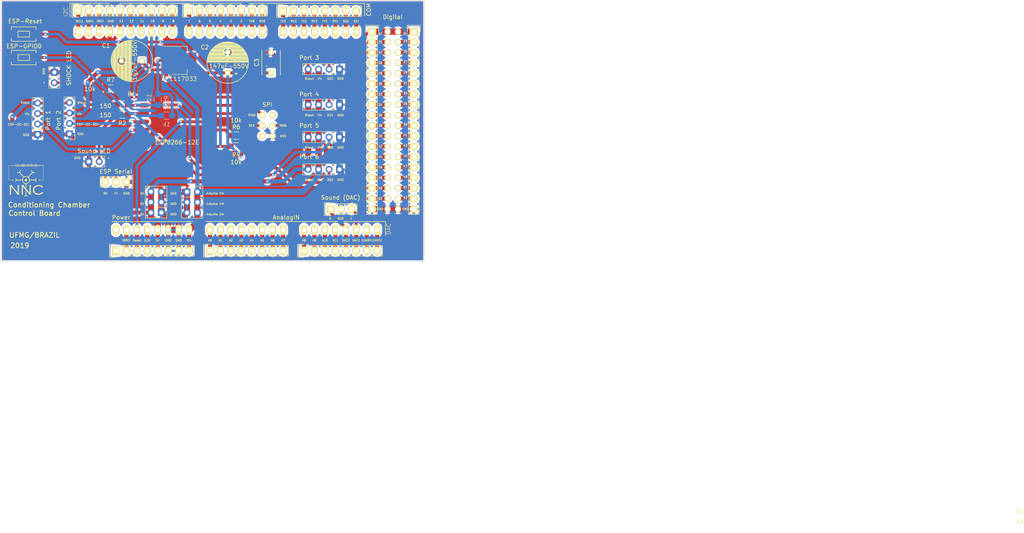
<source format=kicad_pcb>
(kicad_pcb (version 20211014) (generator pcbnew)
  (layers (0 "F.Cu" signal) (31 "B.Cu" signal) (34 "B.Paste" user) (35 "F.Paste" user) (36 "B.SilkS" user "B.Silkscreen") (37 "F.SilkS" user "F.Silkscreen") (38 "B.Mask" user) (39 "F.Mask" user) (44 "Edge.Cuts" user))
  (net 0 "")
  (net 1 "Net-(SHIELD1-PadSP2)")
  (net 2 "Net-(SHIELD1-PadSP5)")
  (net 3 "Net-(D1-Pad2)")
  (net 4 "Net-(D2-Pad2)")
  (net 5 "/GND")
  (net 6 "/ESP12Econfig/VDD3V")
  (net 7 "/ESP12Econfig/ESPrst")
  (net 8 "/ESP12Econfig/ESPadc")
  (net 9 "/ESP12Econfig/ESPchpd")
  (net 10 "/ESP_GPIO16")
  (net 11 "/ESP_SCK")
  (net 12 "/ESP_MISO")
  (net 13 "/ESP_MOSI")
  (net 14 "/ESP_CS")
  (net 15 "/D52")
  (net 16 "/D50")
  (net 17 "/ESP_I2C_SDA")
  (net 18 "/ESP_I2C_SCL")
  (net 19 "/ESP_RX")
  (net 20 "/ESP_TX")
  (net 21 "/5Voutput")
  (net 22 "/DAC0")
  (net 23 "/DAC1")
  (net 24 "/D22")
  (net 25 "/D24")
  (net 26 "/D26")
  (net 27 "/D28")
  (net 28 "/D30")
  (net 29 "/D32")
  (net 30 "/D34")
  (net 31 "/D36")
  (net 32 "/D38")
  (net 33 "/D40")
  (net 34 "/D42")
  (net 35 "/D44")
  (net 36 "/D46")
  (net 37 "/D48")
  (net 38 "/D23")
  (net 39 "/D25")
  (net 40 "/D27")
  (net 41 "/D29")
  (net 42 "/D31")
  (net 43 "/D33")
  (net 44 "/D35")
  (net 45 "/D37")
  (net 46 "/D39")
  (net 47 "/D41")
  (net 48 "/D43")
  (net 49 "/D45")
  (net 50 "/D47")
  (net 51 "/D49")
  (net 52 "/D51")
  (net 53 "/D53")
  (net 54 "Net-(P7-Pad1)")
  (net 55 "Net-(P7-Pad2)")
  (net 56 "Net-(P7-Pad4)")
  (net 57 "Net-(P8-Pad1)")
  (net 58 "Net-(P8-Pad2)")
  (net 59 "Net-(P8-Pad3)")
  (net 60 "Net-(P8-Pad4)")
  (net 61 "Net-(P8-Pad5)")
  (net 62 "Net-(P8-Pad6)")
  (net 63 "Net-(P8-Pad7)")
  (net 64 "Net-(P8-Pad8)")
  (net 65 "Net-(P9-Pad1)")
  (net 66 "Net-(P9-Pad2)")
  (net 67 "Net-(P9-Pad3)")
  (net 68 "Net-(P9-Pad4)")
  (net 69 "Net-(P9-Pad7)")
  (net 70 "Net-(P9-Pad8)")
  (net 71 "Net-(P10-Pad1)")
  (net 72 "Net-(P10-Pad2)")
  (net 73 "Net-(P10-Pad3)")
  (net 74 "Net-(P10-Pad5)")
  (net 75 "Net-(P10-Pad6)")
  (net 76 "Net-(P10-Pad7)")
  (net 77 "Net-(P10-Pad9)")
  (net 78 "Net-(P10-Pad10)")
  (net 79 "Net-(P11-Pad1)")
  (net 80 "Net-(P11-Pad2)")
  (net 81 "Net-(P11-Pad3)")
  (net 82 "Net-(P11-Pad4)")
  (net 83 "Net-(P11-Pad5)")
  (net 84 "Net-(P11-Pad6)")
  (net 85 "Net-(P11-Pad7)")
  (net 86 "Net-(P11-Pad8)")
  (net 87 "Net-(P12-Pad1)")
  (net 88 "Net-(P12-Pad2)")
  (net 89 "Net-(P12-Pad3)")
  (net 90 "Net-(P12-Pad4)")
  (net 91 "Net-(P12-Pad5)")
  (net 92 "Net-(P12-Pad6)")
  (net 93 "Net-(P12-Pad7)")
  (net 94 "Net-(P12-Pad8)")
  (net 95 "/Arduino_Vin")
  (footprint "Capacitors_ThroughHole:C_Radial_D10_L13_P5" (layer "F.Cu") (at 182.88 61.722 180)
    (fp_text reference "C1")
    (fp_text value "147uF-550V")
  )
  (footprint "Capacitors_ThroughHole:C_Radial_D10_L13_P5" (layer "F.Cu") (at 203.708 64.643 90)
    (fp_text reference "C2")
    (fp_text value "147uF-550V")
  )
  (footprint "Capacitors_ThroughHole:C_Disc_D6_P5" (layer "F.Cu") (at 214.249 64.643 90)
    (fp_text reference "C3")
    (fp_text value "C")
  )
  (footprint "NNClib:ESP-12E_noBottomPads" (layer "F.Cu") (at 199.39 82.55 180)
    (fp_text reference "ESP1" hide)
    (fp_text value "ESP8266-12E")
  )
  (footprint "Pin_Headers:Pin_Header_Straight_1x03" (layer "F.Cu") (at 228.7397 97.8027 90)
    (fp_text reference "P3" hide)
    (fp_text value "Sound (DAC)")
  )
  (footprint "Pin_Headers:Pin_Header_Straight_1x03" (layer "F.Cu") (at 179.07 91.186 -90)
    (fp_text reference "P4" hide)
    (fp_text value "ESP Serial")
  )
  (footprint "Pin_Headers:Pin_Header_Straight_1x18" (layer "F.Cu") (at 238.7981 54.6227)
    (fp_text reference "P5" hide)
    (fp_text value "DIG1" hide)
  )
  (footprint "Pin_Headers:Pin_Header_Straight_1x18" (layer "F.Cu") (at 248.92 54.6227)
    (fp_text reference "P6" hide)
    (fp_text value "DIG2")
  )
  (footprint "Pin_Headers:Pin_Header_Straight_1x08" (layer "F.Cu") (at 176.53 107.95 90)
    (fp_text reference "P7" hide)
    (fp_text value "Power")
  )
  (footprint "Pin_Headers:Pin_Header_Straight_1x08" (layer "F.Cu") (at 199.39 107.95 90)
    (fp_text reference "P8")
    (fp_text value "AnalogIN")
  )
  (footprint "Pin_Headers:Pin_Header_Straight_1x08" (layer "F.Cu") (at 222.25 107.95 90)
    (fp_text reference "P9")
    (fp_text value "DAC")
  )
  (footprint "Pin_Headers:Pin_Header_Straight_1x10" (layer "F.Cu") (at 167.3606 49.5046 90)
    (fp_text reference "I2C")
    (fp_text value "PWM2" hide)
  )
  (footprint "Pin_Headers:Pin_Header_Straight_1x08" (layer "F.Cu") (at 194.2973 49.5046 90)
    (fp_text reference "P11")
    (fp_text value "PWM1")
  )
  (footprint "Pin_Headers:Pin_Header_Straight_1x08" (layer "F.Cu") (at 217.17 49.6062 90)
    (fp_text reference "P12")
    (fp_text value "COM")
  )
  (footprint "Resistors_SMD:R_0805_HandSoldering" (layer "F.Cu") (at 178.054 72.39 180)
    (fp_text reference "R1")
    (fp_text value "150")
  )
  (footprint "Resistors_SMD:R_0805_HandSoldering" (layer "F.Cu") (at 178.054 74.803 180)
    (fp_text reference "R2")
    (fp_text value "150")
  )
  (footprint "Resistors_SMD:R_0805_HandSoldering" (layer "F.Cu") (at 205.7527 82.5119 180)
    (fp_text reference "R4")
    (fp_text value "10k")
  )
  (footprint "Resistors_SMD:R_0805_HandSoldering" (layer "F.Cu") (at 205.7781 79.9084)
    (fp_text reference "R6")
    (fp_text value "10k")
  )
  (footprint "Resistors_SMD:R_0805_HandSoldering" (layer "F.Cu") (at 175.26 68.453)
    (fp_text reference "R7")
    (fp_text value "10k")
  )
  (footprint "NNClib:ARDUINO_DUE_SHIELD" (layer "F.Cu") (at 148.59 105.41)
    (fp_text reference "Control Board")
    (fp_text value "Conditioning Chamber")
  )
  (footprint "Buttons_Switches_SMD:SW_SPST_EVQPE1" (layer "F.Cu") (at 154.1145 60.9219 180)
    (fp_text reference "ESP-GPIO0")
    (fp_text value "2")
  )
  (footprint "Buttons_Switches_SMD:SW_SPST_EVQPE1" (layer "F.Cu") (at 154.1145 55.2069 180)
    (fp_text reference "ESP-Reset")
    (fp_text value "1" hide)
  )
  (footprint "TO_SOT_Packages_SMD:SOT-223-3_TabPin2" (layer "F.Cu") (at 191.9351 61.6077)
    (fp_text reference "U1" hide)
    (fp_text value "AP1117D33")
  )
  (footprint "Pin_Headers:Pin_Header_Straight_1x02_Pitch2.54mm" (layer "F.Cu") (at 161.544 64.516)
    (fp_text reference "D1" hide)
    (fp_text value "SHOCK LED")
  )
  (footprint "Pin_Headers:Pin_Header_Straight_1x02_Pitch2.54mm" (layer "F.Cu") (at 169.926 86.233 90)
    (fp_text reference "D2" hide)
    (fp_text value "Sound LED")
  )
  (footprint "Pin_Headers:Pin_Header_Straight_1x04_Pitch2.54mm" (layer "F.Cu") (at 230.886 88.138 -90)
    (fp_text reference "J1" hide)
    (fp_text value "Port 6")
  )
  (footprint "Pin_Headers:Pin_Header_Straight_1x04_Pitch2.54mm" (layer "F.Cu") (at 165.227 79.502 180)
    (fp_text reference "J2" hide)
    (fp_text value "Port 2")
  )
  (footprint "Pin_Headers:Pin_Header_Straight_1x04_Pitch2.54mm" (layer "F.Cu") (at 230.886 63.754 -90)
    (fp_text reference "J3" hide)
    (fp_text value "Port 3")
  )
  (footprint "Pin_Headers:Pin_Header_Straight_1x04_Pitch2.54mm" (layer "F.Cu") (at 230.886 72.39 -90)
    (fp_text reference "J4" hide)
    (fp_text value "Port 4")
  )
  (footprint "Pin_Headers:Pin_Header_Straight_1x04_Pitch2.54mm" (layer "F.Cu") (at 230.886 80.264 -90)
    (fp_text reference "J5" hide)
    (fp_text value "Port 5")
  )
  (footprint "Pin_Headers:Pin_Header_Straight_1x04_Pitch2.54mm" (layer "F.Cu") (at 157.48 79.629 180)
    (fp_text reference "J6" hide)
    (fp_text value "Port 1")
  )
  (footprint "Pin_Headers:Pin_Header_Straight_2x03_Pitch2.54mm" (layer "F.Cu") (at 193.7893 93.599)
    (fp_text reference "J7" hide)
    (fp_text value "Arduino Vin")
  )
  (footprint "Pin_Headers:Pin_Header_Straight_2x03_Pitch2.54mm" (layer "F.Cu") (at 187.5663 98.6409 180)
    (fp_text reference "J8" hide)
    (fp_text value "5V")
  )
  (footprint "" (layer "F.Cu") (at 190.5 96.52)
    (fp_text reference "")
    (fp_text value "")
  )
  (footprint "NNClib:Untitled" (layer "F.Cu") (at 154.686 90.678)
    (fp_text reference "G***" hide)
    (fp_text value "LOGO" hide)
  )
  (footprint "" (layer "F.Cu") (at 190.5 93.98)
    (fp_text reference "")
    (fp_text value "")
  )
  (footprint "Resistors_SMD:R_0805_HandSoldering" (layer "B.Cu") (at 188.849 75.057 180)
    (fp_text reference "R3")
    (fp_text value "1k")
  )
  (footprint "Resistors_SMD:R_0805_HandSoldering" (layer "B.Cu") (at 186.69 71.12 90)
    (fp_text reference "R5")
    (fp_text value "10k")
  )
  (gr_line (start 175.006 47.752) (end 167.386 47.752) (layer "F.SilkS") (width 0.15))
  (gr_line (start 231.902 100.838) (end 240.538 100.838) (layer "F.SilkS") (width 0.15))
  (gr_line (start 240.538 100.838) (end 242.062 100.838) (layer "F.SilkS") (width 0.15))
  (gr_line (start 198.374 100.838) (end 230.378 100.838) (layer "F.SilkS") (width 0.15))
  (gr_line (start 236.982 50.8) (end 236.982 47.752) (layer "F.SilkS") (width 0.15))
  (gr_line (start 207.01 47.752) (end 177.546 47.752) (layer "F.SilkS") (width 0.15))
  (gr_line (start 167.386 47.752) (end 165.354 47.752) (layer "F.SilkS") (width 0.15))
  (gr_line (start 165.354 47.752) (end 165.354 51.054) (layer "F.SilkS") (width 0.15))
  (gr_line (start 195.326 100.838) (end 175.514 100.838) (layer "F.SilkS") (width 0.15))
  (gr_line (start 242.062 100.838) (end 242.062 104.14) (layer "F.SilkS") (width 0.15))
  (gr_line (start 236.982 47.752) (end 208.788 47.752) (layer "F.SilkS") (width 0.15))
  (gr_line (start 148.59 110.49) (end 251.46 110.49) (layer "Edge.Cuts") (width 0.15))
  (gr_line (start 251.46 46.99) (end 148.59 46.99) (layer "Edge.Cuts") (width 0.15))
  (gr_line (start 148.59 46.99) (end 148.59 110.49) (layer "Edge.Cuts") (width 0.15))
  (gr_line (start 251.46 110.49) (end 251.46 46.99) (layer "Edge.Cuts") (width 0.15))
  (gr_text "RX" (at 173.99 93.98) (layer "F.SilkS") (effects (font (size 0.5 0.5) (thickness 0.1))))
  (gr_text "GND" (at 167.132 85.344) (layer "F.SilkS") (effects (font (size 0.5 0.5) (thickness 0.1))))
  (gr_text "+" (at 174.752 85.344) (layer "F.SilkS") (effects (font (size 0.5 0.5) (thickness 0.1))))
  (gr_text "5V" (at 182.88 93.98) (layer "F.SilkS") (effects (font (size 0.5 0.5) (thickness 0.1))))
  (gr_text "5V" (at 182.88 99.06) (layer "F.SilkS") (effects (font (size 0.5 0.5) (thickness 0.1))))
  (gr_text "GND" (at 190.5 93.98) (layer "F.SilkS") (effects (font (size 0.5 0.5) (thickness 0.1))))
  (gr_text "GND" (at 190.5 96.52) (layer "F.SilkS") (effects (font (size 0.5 0.5) (thickness 0.1))))
  (gr_text "GND" (at 190.5 99.06) (layer "F.SilkS") (effects (font (size 0.5 0.5) (thickness 0.1))))
  (gr_text "Arduino Vin" (at 200.66 99.06) (layer "F.SilkS") (effects (font (size 0.5 0.5) (thickness 0.1))))
  (gr_text "SCK" (at 209.55 77.47) (layer "F.SilkS") (effects (font (size 0.5 0.5) (thickness 0.1))))
  (gr_text "MOSI" (at 217.17 77.47) (layer "F.SilkS") (effects (font (size 0.5 0.5) (thickness 0.1))))
  (gr_text "SPI" (at 213.36 72.39) (layer "F.SilkS") (effects (font (size 1 1))))
  (gr_text "GND" (at 217.17 80.01) (layer "F.SilkS") (effects (font (size 0.5 0.5) (thickness 0.1))))
  (gr_text "GND" (at 231.14 66.04) (layer "F.SilkS") (effects (font (size 0.5 0.5) (thickness 0.1))))
  (gr_text "5Vout" (at 223.52 66.04) (layer "F.SilkS") (effects (font (size 0.5 0.5) (thickness 0.1))))
  (gr_text "Vin" (at 226.06 66.04) (layer "F.SilkS") (effects (font (size 0.5 0.5) (thickness 0.1))))
  (gr_text "D22" (at 228.6 66.04) (layer "F.SilkS") (effects (font (size 0.5 0.5) (thickness 0.1))))
  (gr_text "5Vout" (at 154.432 71.882) (layer "F.SilkS") (effects (font (size 0.5 0.5) (thickness 0.1))))
  (gr_text "Vin" (at 154.94 74.676) (layer "F.SilkS") (effects (font (size 0.5 0.5) (thickness 0.1))))
  (gr_text "ESP-I2C-SCL" (at 152.908 77.216) (layer "F.SilkS") (effects (font (size 0.5 0.5) (thickness 0.1))))
  (gr_text "GND" (at 154.686 79.756) (layer "F.SilkS") (effects (font (size 0.5 0.5) (thickness 0.1))))
  (gr_text "+" (at 213.106 62.992) (layer "F.SilkS") (effects (font (size 0.5 0.5) (thickness 0.1))))
  (gr_text "+" (at 181.61 64.77) (layer "F.SilkS") (effects (font (size 1 1))))
  (gr_text "GND" (at 231.14 100.076) (layer "F.SilkS") (effects (font (size 0.5 0.5) (thickness 0.1))))
  (gr_text "0" (at 228.6 100.076) (layer "F.SilkS") (effects (font (size 0.5 0.5) (thickness 0.1))))
  (gr_text "1" (at 233.68 100.076) (layer "F.SilkS") (effects (font (size 0.5 0.5) (thickness 0.1))))
  (gr_text "GND" (at 175.26 52.07) (layer "F.SilkS") (effects (font (size 0.5 0.5) (thickness 0.1))))
  (gr_text "AREF" (at 172.72 52.07) (layer "F.SilkS") (effects (font (size 0.5 0.5) (thickness 0.1))))
  (gr_text "SDA1" (at 170.18 52.07) (layer "F.SilkS") (effects (font (size 0.5 0.5) (thickness 0.1))))
  (gr_text "SCL1" (at 167.64 52.07) (layer "F.SilkS") (effects (font (size 0.5 0.5) (thickness 0.1))))
  (gr_text "RX0" (at 212.09 52.07) (layer "F.SilkS") (effects (font (size 0.5 0.5) (thickness 0.1))))
  (gr_text "TX0" (at 209.55 52.07) (layer "F.SilkS") (effects (font (size 0.5 0.5) (thickness 0.1))))
  (gr_text "2" (at 207.01 52.07) (layer "F.SilkS") (effects (font (size 0.5 0.5) (thickness 0.1))))
  (gr_text "3" (at 204.47 52.07) (layer "F.SilkS") (effects (font (size 0.5 0.5) (thickness 0.1))))
  (gr_text "4" (at 201.93 52.07) (layer "F.SilkS") (effects (font (size 0.5 0.5) (thickness 0.1))))
  (gr_text "5" (at 199.39 52.07) (layer "F.SilkS") (effects (font (size 0.5 0.5) (thickness 0.1))))
  (gr_text "6" (at 196.85 52.07) (layer "F.SilkS") (effects (font (size 0.5 0.5) (thickness 0.1))))
  (gr_text "7" (at 194.31 52.07) (layer "F.SilkS") (effects (font (size 0.5 0.5) (thickness 0.1))))
  (gr_text "8" (at 190.5 52.07) (layer "F.SilkS") (effects (font (size 0.5 0.5) (thickness 0.1))))
  (gr_text "9" (at 187.96 52.07) (layer "F.SilkS") (effects (font (size 0.5 0.5) (thickness 0.1))))
  (gr_text "10" (at 185.42 52.07) (layer "F.SilkS") (effects (font (size 0.5 0.5) (thickness 0.1))))
  (gr_text "11" (at 182.88 52.07) (layer "F.SilkS") (effects (font (size 0.5 0.5) (thickness 0.1))))
  (gr_text "12" (at 180.34 52.07) (layer "F.SilkS") (effects (font (size 0.5 0.5) (thickness 0.1))))
  (gr_text "13" (at 177.8 52.07) (layer "F.SilkS") (effects (font (size 0.5 0.5) (thickness 0.1))))
  (gr_text "RX3" (at 219.71 52.07) (layer "F.SilkS") (effects (font (size 0.5 0.5) (thickness 0.1))))
  (gr_text "TX3" (at 217.17 52.07) (layer "F.SilkS") (effects (font (size 0.5 0.5) (thickness 0.1))))
  (gr_text "TX2" (at 222.25 52.07) (layer "F.SilkS") (effects (font (size 0.5 0.5) (thickness 0.1))))
  (gr_text "RX2" (at 224.79 52.07) (layer "F.SilkS") (effects (font (size 0.5 0.5) (thickness 0.1))))
  (gr_text "TX1" (at 227.33 52.07) (layer "F.SilkS") (effects (font (size 0.5 0.5) (thickness 0.1))))
  (gr_text "RX1" (at 229.87 52.07) (layer "F.SilkS") (effects (font (size 0.5 0.5) (thickness 0.1))))
  (gr_text "SCl" (at 234.95 52.07) (layer "F.SilkS") (effects (font (size 0.5 0.5) (thickness 0.1))))
  (gr_text "SDA" (at 232.41 52.07) (layer "F.SilkS") (effects (font (size 0.5 0.5) (thickness 0.1))))
  (gr_text "IOREF" (at 179.07 105.41) (layer "F.SilkS") (effects (font (size 0.5 0.5) (thickness 0.1))))
  (gr_text "Reset" (at 181.61 105.41) (layer "F.SilkS") (effects (font (size 0.5 0.5) (thickness 0.1))))
  (gr_text "3.3V" (at 184.15 105.41) (layer "F.SilkS") (effects (font (size 0.5 0.5) (thickness 0.1))))
  (gr_text "5V" (at 186.69 105.41) (layer "F.SilkS") (effects (font (size 0.5 0.5) (thickness 0.1))))
  (gr_text "GND" (at 189.23 105.41) (layer "F.SilkS") (effects (font (size 0.5 0.5) (thickness 0.1))))
  (gr_text "GND" (at 191.77 105.41) (layer "F.SilkS") (effects (font (size 0.5 0.5) (thickness 0.1))))
  (gr_text "Vin" (at 194.31 105.41) (layer "F.SilkS") (effects (font (size 0.5 0.5) (thickness 0.1))))
  (gr_text "A6" (at 214.63 105.41) (layer "F.SilkS") (effects (font (size 0.5 0.5) (thickness 0.1))))
  (gr_text "A0" (at 199.39 105.41) (layer "F.SilkS") (effects (font (size 0.5 0.5) (thickness 0.1))))
  (gr_text "A1" (at 201.93 105.41) (layer "F.SilkS") (effects (font (size 0.5 0.5) (thickness 0.1))))
  (gr_text "A2" (at 204.47 105.41) (layer "F.SilkS") (effects (font (size 0.5 0.5) (thickness 0.1))))
  (gr_text "A3" (at 207.01 105.41) (layer "F.SilkS") (effects (font (size 0.5 0.5) (thickness 0.1))))
  (gr_text "A4" (at 209.55 105.41) (layer "F.SilkS") (effects (font (size 0.5 0.5) (thickness 0.1))))
  (gr_text "A5" (at 212.09 105.41) (layer "F.SilkS") (effects (font (size 0.5 0.5) (thickness 0.1))))
  (gr_text "A7" (at 217.17 105.41) (layer "F.SilkS") (effects (font (size 0.5 0.5) (thickness 0.1))))
  (gr_text "A8" (at 222.25 105.41) (layer "F.SilkS") (effects (font (size 0.5 0.5) (thickness 0.1))))
  (gr_text "A9" (at 224.79 105.41) (layer "F.SilkS") (effects (font (size 0.5 0.5) (thickness 0.1))))
  (gr_text "A11" (at 229.87 105.41) (layer "F.SilkS") (effects (font (size 0.5 0.5) (thickness 0.1))))
  (gr_text "A10" (at 227.33 105.41) (layer "F.SilkS") (effects (font (size 0.5 0.5) (thickness 0.1))))
  (gr_text "DAC2" (at 232.41 105.41) (layer "F.SilkS") (effects (font (size 0.5 0.5) (thickness 0.1))))
  (gr_text "DAC1" (at 234.95 105.41) (layer "F.SilkS") (effects (font (size 0.5 0.5) (thickness 0.1))))
  (gr_text "CANRX" (at 237.49 105.41) (layer "F.SilkS") (effects (font (size 0.5 0.5) (thickness 0.1))))
  (gr_text "CANTX" (at 240.03 105.41) (layer "F.SilkS") (effects (font (size 0.5 0.5) (thickness 0.1))))
  (gr_text "D24" (at 228.6 74.93) (layer "F.SilkS") (effects (font (size 0.5 0.5) (thickness 0.1))))
  (gr_text "5Vout" (at 223.52 74.93) (layer "F.SilkS") (effects (font (size 0.5 0.5) (thickness 0.1))))
  (gr_text "GND" (at 231.14 74.93) (layer "F.SilkS") (effects (font (size 0.5 0.5) (thickness 0.1))))
  (gr_text "Vin" (at 226.06 74.93) (layer "F.SilkS") (effects (font (size 0.5 0.5) (thickness 0.1))))
  (gr_text "D50" (at 228.6 82.804) (layer "F.SilkS") (effects (font (size 0.5 0.5) (thickness 0.1))))
  (gr_text "5Vout" (at 223.52 82.804) (layer "F.SilkS") (effects (font (size 0.5 0.5) (thickness 0.1))))
  (gr_text "Vin" (at 226.06 82.804) (layer "F.SilkS") (effects (font (size 0.5 0.5) (thickness 0.1))))
  (gr_text "GND" (at 231.14 82.804) (layer "F.SilkS") (effects (font (size 0.5 0.5) (thickness 0.1))))
  (gr_text "5Vout" (at 223.52 90.678) (layer "F.SilkS") (effects (font (size 0.5 0.5) (thickness 0.1))))
  (gr_text "D52" (at 228.6 90.678) (layer "F.SilkS") (effects (font (size 0.5 0.5) (thickness 0.1))))
  (gr_text "Vin" (at 226.06 90.678) (layer "F.SilkS") (effects (font (size 0.5 0.5) (thickness 0.1))))
  (gr_text "GND" (at 231.14 90.678) (layer "F.SilkS") (effects (font (size 0.5 0.5) (thickness 0.1))))
  (gr_text "GND" (at 167.894 79.502) (layer "F.SilkS") (effects (font (size 0.5 0.5) (thickness 0.1))))
  (gr_text "ESP-I2C-SDA" (at 169.672 77.216) (layer "F.SilkS") (effects (font (size 0.5 0.5) (thickness 0.1))))
  (gr_text "Vin" (at 167.64 74.676) (layer "F.SilkS") (effects (font (size 0.5 0.5) (thickness 0.1))))
  (gr_text "5Vout" (at 168.148 71.882) (layer "F.SilkS") (effects (font (size 0.5 0.5) (thickness 0.1))))
  (gr_text "+" (at 205.74 64.77) (layer "F.SilkS") (effects (font (size 1 1))))
  (gr_text "24" (at 240.792 59.69) (layer "F.SilkS") (effects (font (size 0.5 0.5) (thickness 0.1))))
  (gr_text "26" (at 240.792 62.23) (layer "F.SilkS") (effects (font (size 0.5 0.5) (thickness 0.1))))
  (gr_text "52" (at 240.792 95.25) (layer "F.SilkS") (effects (font (size 0.5 0.5) (thickness 0.1))))
  (gr_text "46" (at 240.792 87.63) (layer "F.SilkS") (effects (font (size 0.5 0.5) (thickness 0.1))))
  (gr_text "44" (at 240.792 85.09) (layer "F.SilkS") (effects (font (size 0.5 0.5) (thickness 0.1))))
  (gr_text "28" (at 240.792 64.77) (layer "F.SilkS") (effects (font (size 0.5 0.5) (thickness 0.1))))
  (gr_text "48" (at 240.792 90.17) (layer "F.SilkS") (effects (font (size 0.5 0.5) (thickness 0.1))))
  (gr_text "50" (at 240.792 92.71) (layer "F.SilkS") (effects (font (size 0.5 0.5) (thickness 0.1))))
  (gr_text "34" (at 240.792 72.39) (layer "F.SilkS") (effects (font (size 0.5 0.5) (thickness 0.1))))
  (gr_text "30" (at 240.792 67.31) (layer "F.SilkS") (effects (font (size 0.5 0.5) (thickness 0.1))))
  (gr_text "40" (at 240.792 80.01) (layer "F.SilkS") (effects (font (size 0.5 0.5) (thickness 0.1))))
  (gr_text "38" (at 240.792 77.47) (layer "F.SilkS") (effects (font (size 0.5 0.5) (thickness 0.1))))
  (gr_text "42" (at 240.792 82.55) (layer "F.SilkS") (effects (font (size 0.5 0.5) (thickness 0.1))))
  (gr_text "32" (at 240.792 69.85) (layer "F.SilkS") (effects (font (size 0.5 0.5) (thickness 0.1))))
  (gr_text "36" (at 240.792 74.93) (layer "F.SilkS") (effects (font (size 0.5 0.5) (thickness 0.1))))
  (gr_text "22" (at 240.792 57.15) (layer "F.SilkS") (effects (font (size 0.5 0.5) (thickness 0.1))))
  (gr_text "25" (at 246.888 59.436) (layer "F.SilkS") (effects (font (size 0.5 0.5) (thickness 0.1))))
  (gr_text "27" (at 246.888 61.976) (layer "F.SilkS") (effects (font (size 0.5 0.5) (thickness 0.1))))
  (gr_text "47" (at 246.888 87.376) (layer "F.SilkS") (effects (font (size 0.5 0.5) (thickness 0.1))))
  (gr_text "53" (at 246.888 94.996) (layer "F.SilkS") (effects (font (size 0.5 0.5) (thickness 0.1))))
  (gr_text "45" (at 246.888 84.836) (layer "F.SilkS") (effects (font (size 0.5 0.5) (thickness 0.1))))
  (gr_text "29" (at 246.888 64.516) (layer "F.SilkS") (effects (font (size 0.5 0.5) (thickness 0.1))))
  (gr_text "49" (at 246.888 89.916) (layer "F.SilkS") (effects (font (size 0.5 0.5) (thickness 0.1))))
  (gr_text "51" (at 246.888 92.456) (layer "F.SilkS") (effects (font (size 0.5 0.5) (thickness 0.1))))
  (gr_text "35" (at 246.888 72.136) (layer "F.SilkS") (effects (font (size 0.5 0.5) (thickness 0.1))))
  (gr_text "31" (at 246.888 67.056) (layer "F.SilkS") (effects (font (size 0.5 0.5) (thickness 0.1))))
  (gr_text "41" (at 246.888 79.756) (layer "F.SilkS") (effects (font (size 0.5 0.5) (thickness 0.1))))
  (gr_text "39" (at 246.888 77.216) (layer "F.SilkS") (effects (font (size 0.5 0.5) (thickness 0.1))))
  (gr_text "43" (at 246.888 82.296) (layer "F.SilkS") (effects (font (size 0.5 0.5) (thickness 0.1))))
  (gr_text "33" (at 246.888 69.596) (layer "F.SilkS") (effects (font (size 0.5 0.5) (thickness 0.1))))
  (gr_text "37" (at 246.888 74.676) (layer "F.SilkS") (effects (font (size 0.5 0.5) (thickness 0.1))))
  (gr_text "23" (at 246.888 56.896) (layer "F.SilkS") (effects (font (size 0.5 0.5) (thickness 0.1))))
  (gr_text "5V" (at 240.792 55.118) (layer "F.SilkS") (effects (font (size 0.5 0.5) (thickness 0.1))))
  (gr_text "5V" (at 246.888 55.118) (layer "F.SilkS") (effects (font (size 0.5 0.5) (thickness 0.1))))
  (gr_text "GND" (at 246.888 97.79) (layer "F.SilkS") (effects (font (size 0.5 0.5) (thickness 0.1))))
  (gr_text "GND" (at 240.792 97.79) (layer "F.SilkS") (effects (font (size 0.5 0.5) (thickness 0.1))))
  (gr_text "+" (at 184.658 63.754) (layer "F.SilkS") (effects (font (size 1 1))))
  (gr_text "GND" (at 159.004 64.262 90) (layer "F.SilkS") (effects (font (size 0.5 0.5) (thickness 0.1))))
  (gr_text "+" (at 159.004 67.056 90) (layer "F.SilkS") (effects (font (size 0.5 0.5) (thickness 0.1))))
  (gr_text "2019" (at 153.162 106.68) (layer "F.SilkS") (effects (font (size 1.2 1.2) (thickness 0.2))))
  (gr_text "GND" (at 179.07 93.98) (layer "F.SilkS") (effects (font (size 0.5 0.5) (thickness 0.1))))
  (gr_text "UFMG/BRAZIL" (at 156.718 104.14) (layer "F.SilkS") (effects (font (size 1.2 1.2) (thickness 0.2))))
  (gr_text "Arduino Vin" (at 200.66 96.52) (layer "F.SilkS") (effects (font (size 0.5 0.5) (thickness 0.1))))
  (gr_text "MISO" (at 209.55 74.93) (layer "F.SilkS") (effects (font (size 0.5 0.5) (thickness 0.1))))
  (gr_text "TX" (at 176.53 93.98) (layer "F.SilkS") (effects (font (size 0.5 0.5) (thickness 0.1))))
  (gr_text "Digital" (at 243.84 51.054) (layer "F.SilkS") (effects (font (size 1 1))))
  (segment (start 164.211 67.056) (end 169.545 72.39) (width 0.7) (layer "F.Cu") (net 3))
  (segment (start 169.545 72.39) (end 176.704 72.39) (width 0.7) (layer "F.Cu") (net 3))
  (segment (start 161.544 67.056) (end 164.211 67.056) (width 0.7) (layer "F.Cu") (net 3))
  (segment (start 172.466 79.041) (end 176.704 74.803) (width 0.7) (layer "F.Cu") (net 4))
  (segment (start 172.466 86.233) (end 172.466 79.041) (width 0.7) (layer "F.Cu") (net 4))
  (segment (start 188.7038 59.389) (end 188.7851 59.3077) (width 0.7) (layer "F.Cu") (net 5))
  (segment (start 165.1 79.629) (end 165.227 79.502) (width 0.7) (layer "F.Cu") (net 5))
  (segment (start 188.7851 59.2459) (end 189.992 58.039) (width 0.7) (layer "F.Cu") (net 5))
  (segment (start 189.992 58.039) (end 202.104 58.039) (width 0.7) (layer "F.Cu") (net 5))
  (segment (start 202.104 58.039) (end 203.708 59.643) (width 0.7) (layer "F.Cu") (net 5))
  (segment (start 169.926 84.201) (end 165.227 79.502) (width 1) (layer "F.Cu") (net 5))
  (segment (start 187.6044 93.599) (end 187.5663 93.5609) (width 1.5) (layer "F.Cu") (net 5))
  (segment (start 189.23 100.3046) (end 187.5663 98.6409) (width 1.5) (layer "F.Cu") (net 5))
  (segment (start 191.77 100.6983) (end 193.7893 98.679) (width 1.5) (layer "F.Cu") (net 5))
  (segment (start 187.5663 92.8243) (end 185.928 91.186) (width 1) (layer "F.Cu") (net 5))
  (segment (start 185.928 91.186) (end 179.07 91.186) (width 1) (layer "F.Cu") (net 5))
  (segment (start 179.07 93.218) (end 177.546 94.742) (width 1) (layer "F.Cu") (net 5))
  (segment (start 177.546 94.742) (end 172.466 94.742) (width 1) (layer "F.Cu") (net 5))
  (segment (start 172.466 94.742) (end 169.926 92.202) (width 1) (layer "F.Cu") (net 5))
  (segment (start 169.926 92.202) (end 169.926 86.233) (width 1) (layer "F.Cu") (net 5))
  (segment (start 173.91 65.946) (end 177.753 62.103) (width 1) (layer "F.Cu") (net 5))
  (segment (start 183.39 67.74) (end 177.753 62.103) (width 1) (layer "F.Cu") (net 5))
  (segment (start 175.006 59.356) (end 177.753 62.103) (width 1) (layer "F.Cu") (net 5))
  (segment (start 168.275 68.453) (end 164.338 64.516) (width 1) (layer "F.Cu") (net 5))
  (segment (start 164.338 64.516) (end 161.544 64.516) (width 1) (layer "F.Cu") (net 5))
  (segment (start 151.4145 61.1175) (end 153.035 62.738) (width 1) (layer "F.Cu") (net 5))
  (segment (start 154.813 64.516) (end 161.544 64.516) (width 1) (layer "F.Cu") (net 5))
  (segment (start 153.035 62.738) (end 154.813 64.516) (width 1) (layer "F.Cu") (net 5))
  (segment (start 153.035 77.216) (end 155.448 79.629) (width 1) (layer "F.Cu") (net 5))
  (segment (start 155.448 79.629) (end 157.48 79.629) (width 1) (layer "F.Cu") (net 5))
  (segment (start 248.9073 97.79) (end 248.92 97.8027) (width 1.5) (layer "F.Cu") (net 5))
  (segment (start 238.8108 97.79) (end 238.7981 97.8027) (width 1.5) (layer "F.Cu") (net 5))
  (segment (start 175.006 49.53) (end 174.9806 49.5046) (width 1) (layer "F.Cu") (net 5))
  (segment (start 180.5483 59.3077) (end 177.753 62.103) (width 1) (layer "F.Cu") (net 5))
  (segment (start 216.9795 80.01) (end 219.075 77.9145) (width 1) (layer "F.Cu") (net 5))
  (segment (start 219.075 77.9145) (end 219.075 64.469) (width 1) (layer "F.Cu") (net 5))
  (segment (start 219.075 64.469) (end 214.249 59.643) (width 1) (layer "F.Cu") (net 5))
  (segment (start 245.11 97.79) (end 248.9073 97.79) (width 1.5) (layer "F.Cu") (net 5))
  (segment (start 175.006 54.61) (end 175.006 59.356) (width 1) (layer "F.Cu") (net 5))
  (segment (start 189.23 102.87) (end 189.23 107.95) (width 1) (layer "F.Cu") (net 5))
  (segment (start 151.4145 55.2069) (end 151.4145 60.9219) (width 1) (layer "F.Cu") (net 5))
  (segment (start 169.926 86.233) (end 169.926 84.201) (width 1) (layer "F.Cu") (net 5))
  (segment (start 179.07 91.186) (end 179.07 93.218) (width 1) (layer "F.Cu") (net 5))
  (segment (start 191.77 102.87) (end 189.23 102.87) (width 1.5) (layer "F.Cu") (net 5))
  (segment (start 191.77 102.87) (end 191.77 100.6983) (width 1.5) (layer "F.Cu") (net 5))
  (segment (start 188.7851 59.3077) (end 188.7851 59.2459) (width 0.7) (layer "F.Cu") (net 5))
  (segment (start 157.48 79.629) (end 165.1 79.629) (width 1) (layer "F.Cu") (net 5))
  (segment (start 173.91 68.453) (end 168.275 68.453) (width 1) (layer "F.Cu") (net 5))
  (segment (start 187.5663 93.5609) (end 187.5663 92.8243) (width 1) (layer "F.Cu") (net 5))
  (segment (start 188.7851 59.3077) (end 180.5483 59.3077) (width 1) (layer "F.Cu") (net 5))
  (segment (start 193.7893 96.139) (end 193.7893 93.599) (width 1.5) (layer "F.Cu") (net 5))
  (segment (start 183.39 68.55) (end 183.39 67.74) (width 1) (layer "F.Cu") (net 5))
  (segment (start 245.11 97.79) (end 242.57 97.79) (width 1.5) (layer "F.Cu") (net 5))
  (segment (start 187.5663 96.1009) (end 187.5663 98.6409) (width 1.5) (layer "F.Cu") (net 5))
  (segment (start 173.91 68.453) (end 173.91 65.946) (width 1) (layer "F.Cu") (net 5))
  (segment (start 242.57 97.79) (end 238.8108 97.79) (width 1.5) (layer "F.Cu") (net 5))
  (segment (start 189.23 102.87) (end 189.23 100.3046) (width 1.5) (layer "F.Cu") (net 5))
  (segment (start 214.63 80.01) (end 216.9795 80.01) (width 1) (layer "F.Cu") (net 5))
  (segment (start 175.006 54.61) (end 175.006 49.53) (width 1) (layer "F.Cu") (net 5))
  (segment (start 193.7893 98.679) (end 193.7893 96.139) (width 1.5) (layer "F.Cu") (net 5))
  (segment (start 191.77 102.87) (end 191.77 107.95) (width 1) (layer "F.Cu") (net 5))
  (segment (start 153.035 62.738) (end 153.035 77.216) (width 1) (layer "F.Cu") (net 5))
  (segment (start 214.249 59.643) (end 203.708 59.643) (width 0.7) (layer "F.Cu") (net 5))
  (segment (start 193.7893 93.599) (end 187.6044 93.599) (width 1.5) (layer "F.Cu") (net 5))
  (segment (start 187.5663 96.1009) (end 187.5663 93.5609) (width 1.5) (layer "F.Cu") (net 5))
  (segment (start 151.4145 60.9219) (end 151.4145 61.1175) (width 1) (layer "F.Cu") (net 5))
  (segment (start 231.2797 88.5317) (end 230.886 88.138) (width 1.5) (layer "B.Cu") (net 5))
  (segment (start 230.886 91.186) (end 237.5027 97.8027) (width 1) (layer "B.Cu") (net 5))
  (segment (start 237.5027 97.8027) (end 238.7981 97.8027) (width 1) (layer "B.Cu") (net 5))
  (segment (start 216.9795 80.01) (end 220.6625 76.327) (width 1) (layer "B.Cu") (net 5))
  (segment (start 220.6625 76.327) (end 229.235 76.327) (width 1) (layer "B.Cu") (net 5))
  (segment (start 229.235 76.327) (end 230.886 74.676) (width 1) (layer "B.Cu") (net 5))
  (segment (start 230.886 74.676) (end 230.886 72.39) (width 1.5) (layer "B.Cu") (net 5))
  (segment (start 230.886 80.264) (end 230.886 74.676) (width 1.5) (layer "B.Cu") (net 5))
  (segment (start 230.886 88.138) (end 230.886 91.186) (width 1) (layer "B.Cu") (net 5))
  (segment (start 231.2797 97.8027) (end 231.2797 88.5317) (width 1.5) (layer "B.Cu") (net 5))
  (segment (start 230.886 72.39) (end 230.886 63.754) (width 1.5) (layer "B.Cu") (net 5))
  (segment (start 214.63 80.01) (end 216.9795 80.01) (width 1) (layer "B.Cu") (net 5))
  (segment (start 230.886 88.138) (end 230.886 80.264) (width 1.5) (layer "B.Cu") (net 5))
  (segment (start 198.1204 64.643) (end 195.0851 61.6077) (width 0.7) (layer "F.Cu") (net 6))
  (segment (start 198.1204 67.2804) (end 199.39 68.55) (width 0.7) (layer "F.Cu") (net 6))
  (segment (start 207.1027 79.9338) (end 207.1281 79.9084) (width 0.7) (layer "F.Cu") (net 6))
  (segment (start 207.1027 85.1827) (end 207.137 85.217) (width 0.7) (layer "F.Cu") (net 6))
  (segment (start 186.69 61.595) (end 186.7027 61.6077) (width 0.7) (layer "F.Cu") (net 6))
  (segment (start 186.7027 61.6077) (end 188.7851 61.6077) (width 0.7) (layer "F.Cu") (net 6))
  (segment (start 207.1027 82.5119) (end 207.1027 79.9338) (width 0.7) (layer "F.Cu") (net 6))
  (segment (start 203.708 64.643) (end 214.249 64.643) (width 0.7) (layer "F.Cu") (net 6))
  (segment (start 207.1027 82.5119) (end 207.1027 85.1827) (width 0.7) (layer "F.Cu") (net 6))
  (segment (start 203.708 64.643) (end 198.1204 64.643) (width 0.7) (layer "F.Cu") (net 6))
  (segment (start 198.1204 64.643) (end 198.1204 67.2804) (width 0.7) (layer "F.Cu") (net 6))
  (segment (start 188.7851 61.6077) (end 195.0851 61.6077) (width 1) (layer "F.Cu") (net 6))
  (via (at 207.137 85.217) (size 0.7) (drill 0.6) (layers "F.Cu" "B.Cu") (net 6))
  (via (at 186.69 61.595) (size 0.6) (drill 0.4) (layers "F.Cu" "B.Cu") (net 6))
  (segment (start 207.137 85.217) (end 203.708 81.788) (width 0.7) (layer "B.Cu") (net 6))
  (segment (start 203.708 81.788) (end 203.708 64.643) (width 0.7) (layer "B.Cu") (net 6))
  (segment (start 190.199 70.565) (end 189.404 69.77) (width 0.7) (layer "B.Cu") (net 6))
  (segment (start 189.404 69.77) (end 186.69 69.77) (width 0.7) (layer "B.Cu") (net 6))
  (segment (start 190.199 75.057) (end 190.199 70.565) (width 0.7) (layer "B.Cu") (net 6))
  (segment (start 186.69 69.77) (end 186.69 61.595) (width 0.7) (layer "B.Cu") (net 6))
  (segment (start 204.3646 82.55) (end 204.4027 82.5119) (width 0.7) (layer "F.Cu") (net 7))
  (segment (start 204.3646 82.55) (end 204.4027 82.5119) (width 0.7) (layer "F.Cu") (net 7))
  (segment (start 202.057 82.55) (end 204.3646 82.55) (width 0.7) (layer "F.Cu") (net 7))
  (segment (start 201.93 82.55) (end 202.057 82.55) (width 0.7) (layer "F.Cu") (net 7))
  (segment (start 187.325 57.15) (end 177.165 57.15) (width 0.7) (layer "F.Cu") (net 7))
  (segment (start 159.385 55.245) (end 159.3469 55.2069) (width 0.7) (layer "F.Cu") (net 7))
  (segment (start 156.8145 55.2069) (end 159.3469 55.2069) (width 0.7) (layer "F.Cu") (net 7))
  (segment (start 199.39 82.55) (end 201.93 82.55) (width 0.7) (layer "F.Cu") (net 7))
  (via (at 201.93 82.55) (size 0.6) (drill 0.4) (layers "F.Cu" "B.Cu") (net 7))
  (via (at 187.325 57.15) (size 0.6) (drill 0.4) (layers "F.Cu" "B.Cu") (net 7))
  (via (at 159.385 55.245) (size 0.6) (drill 0.4) (layers "F.Cu" "B.Cu") (net 7))
  (via (at 177.165 57.15) (size 0.6) (drill 0.4) (layers "F.Cu" "B.Cu") (net 7))
  (segment (start 201.93 68.58) (end 201.93 82.55) (width 0.7) (layer "B.Cu") (net 7))
  (segment (start 201.93 68.58) (end 201.93 66.675) (width 0.7) (layer "B.Cu") (net 7))
  (segment (start 201.93 66.675) (end 192.405 57.15) (width 0.7) (layer "B.Cu") (net 7))
  (segment (start 192.405 57.15) (end 187.325 57.15) (width 0.7) (layer "B.Cu") (net 7))
  (segment (start 177.165 57.15) (end 164.465 57.15) (width 0.7) (layer "B.Cu") (net 7))
  (segment (start 164.465 57.15) (end 162.56 55.245) (width 0.7) (layer "B.Cu") (net 7))
  (segment (start 162.56 55.245) (end 159.385 55.245) (width 0.7) (layer "B.Cu") (net 7))
  (segment (start 203.0697 78.55) (end 204.4281 79.9084) (width 0.7) (layer "F.Cu") (net 9))
  (segment (start 199.39 78.55) (end 203.0697 78.55) (width 0.7) (layer "F.Cu") (net 9))
  (segment (start 192.3105 76.55) (end 192.278 76.5175) (width 0.7) (layer "F.Cu") (net 10))
  (segment (start 199.39 76.55) (end 192.3105 76.55) (width 0.7) (layer "F.Cu") (net 10))
  (segment (start 181.61 102.87) (end 181.61 107.95) (width 1) (layer "F.Cu") (net 10))
  (via (at 192.278 76.5175) (size 0.6) (drill 0.4) (layers "F.Cu" "B.Cu") (net 10))
  (segment (start 192.278 76.5175) (end 181.61 87.1855) (width 0.7) (layer "B.Cu") (net 10))
  (segment (start 181.61 87.1855) (end 181.61 102.87) (width 0.7) (layer "B.Cu") (net 10))
  (segment (start 207.773 74.55) (end 210.693 77.47) (width 0.7) (layer "F.Cu") (net 11))
  (segment (start 210.693 77.47) (end 212.09 77.47) (width 0.7) (layer "F.Cu") (net 11))
  (segment (start 199.39 74.55) (end 207.773 74.55) (width 0.7) (layer "F.Cu") (net 11))
  (segment (start 209.71 72.55) (end 212.09 74.93) (width 0.7) (layer "F.Cu") (net 12))
  (segment (start 199.39 72.55) (end 209.71 72.55) (width 0.7) (layer "F.Cu") (net 12))
  (segment (start 214.441 70.55) (end 217.17 73.279) (width 0.7) (layer "F.Cu") (net 13))
  (segment (start 217.17 73.279) (end 217.17 76.327) (width 0.7) (layer "F.Cu") (net 13))
  (segment (start 217.17 76.327) (end 216.027 77.47) (width 0.7) (layer "F.Cu") (net 13))
  (segment (start 216.027 77.47) (end 214.63 77.47) (width 0.7) (layer "F.Cu") (net 13))
  (segment (start 199.39 70.55) (end 214.441 70.55) (width 0.7) (layer "F.Cu") (net 13))
  (segment (start 178.054 68.453) (end 180.151 70.55) (width 0.7) (layer "F.Cu") (net 14))
  (segment (start 180.151 70.55) (end 180.975 70.55) (width 0.7) (layer "F.Cu") (net 14))
  (segment (start 185.166 49.53) (end 185.1406 49.5046) (width 1) (layer "F.Cu") (net 14))
  (segment (start 180.975 70.55) (end 183.39 70.55) (width 0.7) (layer "F.Cu") (net 14))
  (segment (start 183.39 70.55) (end 182.2973 70.55) (width 0.7) (layer "F.Cu") (net 14))
  (segment (start 176.61 68.453) (end 178.054 68.453) (width 0.7) (layer "F.Cu") (net 14))
  (segment (start 185.166 54.61) (end 185.166 49.53) (width 1) (layer "F.Cu") (net 14))
  (via (at 180.975 70.55) (size 0.6) (drill 0.4) (layers "F.Cu" "B.Cu") (net 14))
  (segment (start 180.975 67.31) (end 180.975 70.55) (width 0.7) (layer "B.Cu") (net 14))
  (segment (start 180.975 67.31) (end 185.166 63.119) (width 0.7) (layer "B.Cu") (net 14))
  (segment (start 185.166 54.61) (end 185.166 63.119) (width 0.7) (layer "B.Cu") (net 14))
  (segment (start 228.346 88.138) (end 228.346 89.916) (width 0.7) (layer "F.Cu") (net 15))
  (segment (start 233.6927 95.2627) (end 228.346 89.916) (width 0.7) (layer "F.Cu") (net 15))
  (segment (start 238.8108 95.25) (end 238.7981 95.2627) (width 1) (layer "F.Cu") (net 15))
  (segment (start 179.564 72.55) (end 179.404 72.39) (width 0.7) (layer "F.Cu") (net 15))
  (segment (start 181.229 72.55) (end 179.564 72.55) (width 0.7) (layer "F.Cu") (net 15))
  (segment (start 188.6585 72.4535) (end 191.7065 72.4535) (width 0.7) (layer "F.Cu") (net 15))
  (segment (start 194.5005 85.5345) (end 196.7865 87.8205) (width 0.7) (layer "F.Cu") (net 15))
  (segment (start 196.7865 87.8205) (end 215.646 87.8205) (width 0.7) (layer "F.Cu") (net 15))
  (segment (start 215.646 87.8205) (end 219.1385 91.313) (width 0.7) (layer "F.Cu") (net 15))
  (segment (start 219.1385 91.313) (end 226.949 91.313) (width 0.7) (layer "F.Cu") (net 15))
  (segment (start 226.949 91.313) (end 228.346 89.916) (width 0.7) (layer "F.Cu") (net 15))
  (segment (start 242.57 95.25) (end 238.8108 95.25) (width 1) (layer "F.Cu") (net 15))
  (segment (start 238.7981 95.2627) (end 233.6927 95.2627) (width 0.7) (layer "F.Cu") (net 15))
  (segment (start 183.39 72.55) (end 181.229 72.55) (width 0.7) (layer "F.Cu") (net 15))
  (via (at 191.7065 72.4535) (size 0.6) (drill 0.4) (layers "F.Cu" "B.Cu") (net 15))
  (via (at 181.229 72.55) (size 0.6) (drill 0.4) (layers "F.Cu" "B.Cu") (net 15))
  (via (at 188.6585 72.4535) (size 0.6) (drill 0.4) (layers "F.Cu" "B.Cu") (net 15))
  (via (at 194.5005 85.5345) (size 0.6) (drill 0.4) (layers "F.Cu" "B.Cu") (net 15))
  (segment (start 181.309 72.47) (end 181.229 72.55) (width 0.7) (layer "B.Cu") (net 15))
  (segment (start 186.69 72.47) (end 181.309 72.47) (width 0.7) (layer "B.Cu") (net 15))
  (segment (start 188.642 72.47) (end 188.6585 72.4535) (width 0.7) (layer "B.Cu") (net 15))
  (segment (start 191.7065 72.4535) (end 194.5005 75.2475) (width 0.7) (layer "B.Cu") (net 15))
  (segment (start 194.5005 75.2475) (end 194.5005 85.5345) (width 0.7) (layer "B.Cu") (net 15))
  (segment (start 186.69 72.47) (end 188.642 72.47) (width 0.7) (layer "B.Cu") (net 15))
  (segment (start 238.8108 92.71) (end 238.7981 92.7227) (width 1) (layer "F.Cu") (net 16))
  (segment (start 236.9947 92.7227) (end 234.188 89.916) (width 0.7) (layer "F.Cu") (net 16))
  (segment (start 234.188 89.916) (end 234.188 87.63) (width 0.7) (layer "F.Cu") (net 16))
  (segment (start 234.188 87.63) (end 228.346 81.788) (width 0.7) (layer "F.Cu") (net 16))
  (segment (start 228.346 81.788) (end 228.346 80.264) (width 0.7) (layer "F.Cu") (net 16))
  (segment (start 183.262 74.422) (end 183.39 74.55) (width 0.7) (layer "F.Cu") (net 16))
  (segment (start 179.657 74.55) (end 179.404 74.803) (width 0.7) (layer "F.Cu") (net 16))
  (segment (start 181.229 74.55) (end 179.657 74.55) (width 0.7) (layer "F.Cu") (net 16))
  (segment (start 159.131 60.96) (end 159.0929 60.9219) (width 0.7) (layer "F.Cu") (net 16))
  (segment (start 159.0929 60.9219) (end 156.8145 60.9219) (width 0.7) (layer "F.Cu") (net 16))
  (segment (start 186.817 80.137) (end 196.1515 89.4715) (width 0.7) (layer "F.Cu") (net 16))
  (segment (start 196.1515 89.4715) (end 214.6935 89.4715) (width 0.7) (layer "F.Cu") (net 16))
  (segment (start 183.39 74.55) (end 181.229 74.55) (width 0.7) (layer "F.Cu") (net 16))
  (segment (start 242.57 92.71) (end 238.8108 92.71) (width 1) (layer "F.Cu") (net 16))
  (segment (start 238.7981 92.7227) (end 236.9947 92.7227) (width 0.7) (layer "F.Cu") (net 16))
  (via (at 186.817 80.137) (size 0.6) (drill 0.4) (layers "F.Cu" "B.Cu") (net 16))
  (via (at 159.131 60.96) (size 0.6) (drill 0.4) (layers "F.Cu" "B.Cu") (net 16))
  (via (at 181.229 74.55) (size 0.6) (drill 0.4) (layers "F.Cu" "B.Cu") (net 16))
  (via (at 214.6935 89.4715) (size 0.6) (drill 0.4) (layers "F.Cu" "B.Cu") (net 16))
  (segment (start 179.833 74.55) (end 166.243 60.96) (width 0.7) (layer "B.Cu") (net 16))
  (segment (start 166.243 60.96) (end 159.131 60.96) (width 0.7) (layer "B.Cu") (net 16))
  (segment (start 181.736 75.057) (end 181.229 74.55) (width 0.7) (layer "B.Cu") (net 16))
  (segment (start 181.23 74.55) (end 186.817 80.137) (width 0.7) (layer "B.Cu") (net 16))
  (segment (start 214.6935 89.4715) (end 220.218 83.947) (width 0.7) (layer "B.Cu") (net 16))
  (segment (start 220.218 83.947) (end 226.2505 83.947) (width 0.7) (layer "B.Cu") (net 16))
  (segment (start 226.2505 83.947) (end 228.346 81.8515) (width 0.7) (layer "B.Cu") (net 16))
  (segment (start 228.346 81.8515) (end 228.346 80.264) (width 0.7) (layer "B.Cu") (net 16))
  (segment (start 187.499 75.057) (end 181.736 75.057) (width 0.7) (layer "B.Cu") (net 16))
  (segment (start 181.229 74.55) (end 181.23 74.55) (width 0.7) (layer "B.Cu") (net 16))
  (segment (start 181.229 74.55) (end 179.833 74.55) (width 0.7) (layer "B.Cu") (net 16))
  (segment (start 180.498 76.55) (end 180.467 76.581) (width 0.7) (layer "F.Cu") (net 17))
  (segment (start 183.39 76.55) (end 180.498 76.55) (width 0.7) (layer "F.Cu") (net 17))
  (via (at 180.467 76.581) (size 0.7) (drill 0.6) (layers "F.Cu" "B.Cu") (net 17))
  (segment (start 180.467 76.581) (end 180.086 76.962) (width 0.7) (layer "B.Cu") (net 17))
  (segment (start 180.086 76.962) (end 165.227 76.962) (width 0.7) (layer "B.Cu") (net 17))
  (segment (start 180.531 78.55) (end 180.467 78.486) (width 0.7) (layer "F.Cu") (net 18))
  (segment (start 183.39 78.55) (end 180.531 78.55) (width 0.7) (layer "F.Cu") (net 18))
  (via (at 180.467 78.486) (size 0.7) (drill 0.6) (layers "F.Cu" "B.Cu") (net 18))
  (segment (start 180.467 78.486) (end 175.768 83.185) (width 0.7) (layer "B.Cu") (net 18))
  (segment (start 175.768 83.185) (end 164.719 83.185) (width 0.7) (layer "B.Cu") (net 18))
  (segment (start 164.719 83.185) (end 158.623 77.089) (width 0.7) (layer "B.Cu") (net 18))
  (segment (start 158.623 77.089) (end 157.48 77.089) (width 0.7) (layer "B.Cu") (net 18))
  (segment (start 173.99 88.265) (end 181.705 80.55) (width 0.7) (layer "F.Cu") (net 19))
  (segment (start 181.705 80.55) (end 183.39 80.55) (width 0.7) (layer "F.Cu") (net 19))
  (segment (start 173.99 91.186) (end 173.99 88.265) (width 0.7) (layer "F.Cu") (net 19))
  (segment (start 176.53 89.41) (end 183.39 82.55) (width 0.7) (layer "F.Cu") (net 20))
  (segment (start 176.53 91.186) (end 176.53 89.41) (width 0.7) (layer "F.Cu") (net 20))
  (segment (start 165.1 72.009) (end 165.227 71.882) (width 0.7) (layer "F.Cu") (net 21))
  (segment (start 186.69 101.6) (end 185.0263 99.9363) (width 1.5) (layer "F.Cu") (net 21))
  (segment (start 185.0263 99.9363) (end 185.0263 98.6409) (width 1.5) (layer "F.Cu") (net 21))
  (segment (start 238.8108 54.61) (end 238.7981 54.6227) (width 0.7) (layer "F.Cu") (net 21))
  (segment (start 248.9073 54.61) (end 248.92 54.6227) (width 0.7) (layer "F.Cu") (net 21))
  (segment (start 238.1123 54.6227) (end 233.807 58.928) (width 0.7) (layer "F.Cu") (net 21))
  (segment (start 233.807 58.928) (end 225.933 58.928) (width 0.7) (layer "F.Cu") (net 21))
  (segment (start 225.933 58.928) (end 223.266 61.595) (width 0.7) (layer "F.Cu") (net 21))
  (segment (start 223.266 61.595) (end 223.266 63.754) (width 0.7) (layer "F.Cu") (net 21))
  (segment (start 194.691 91.059) (end 200.787 91.059) (width 1) (layer "F.Cu") (net 21))
  (segment (start 200.787 91.059) (end 213.36 91.059) (width 1) (layer "F.Cu") (net 21))
  (segment (start 173.6344 98.6409) (end 167.9575 92.964) (width 1) (layer "F.Cu") (net 21))
  (segment (start 167.9575 92.964) (end 167.9575 89.154) (width 1) (layer "F.Cu") (net 21))
  (segment (start 167.9575 89.154) (end 161.417 82.6135) (width 1) (layer "F.Cu") (net 21))
  (segment (start 161.417 82.6135) (end 155.702 82.6135) (width 1) (layer "F.Cu") (net 21))
  (segment (start 155.702 82.6135) (end 151.3205 78.232) (width 1) (layer "F.Cu") (net 21))
  (segment (start 151.3205 78.232) (end 151.3205 75.3745) (width 1) (layer "F.Cu") (net 21))
  (segment (start 185.0263 98.6409) (end 173.6344 98.6409) (width 1) (layer "F.Cu") (net 21))
  (segment (start 242.57 54.61) (end 245.11 54.61) (width 1.5) (layer "F.Cu") (net 21))
  (segment (start 223.266 88.138) (end 223.266 80.264) (width 1.5) (layer "F.Cu") (net 21))
  (segment (start 223.266 80.264) (end 223.266 72.39) (width 1.5) (layer "F.Cu") (net 21))
  (segment (start 238.7981 54.6227) (end 238.1123 54.6227) (width 0.7) (layer "F.Cu") (net 21))
  (segment (start 242.57 54.61) (end 238.8108 54.61) (width 1.5) (layer "F.Cu") (net 21))
  (segment (start 186.69 102.87) (end 186.69 107.95) (width 1) (layer "F.Cu") (net 21))
  (segment (start 186.69 102.87) (end 186.69 101.6) (width 1.5) (layer "F.Cu") (net 21))
  (segment (start 157.48 72.009) (end 165.1 72.009) (width 0.7) (layer "F.Cu") (net 21))
  (segment (start 185.0263 96.1009) (end 185.0263 93.5609) (width 1.5) (layer "F.Cu") (net 21))
  (segment (start 245.11 54.61) (end 248.9073 54.61) (width 1.5) (layer "F.Cu") (net 21))
  (segment (start 223.266 63.754) (end 223.266 72.39) (width 1.5) (layer "F.Cu") (net 21))
  (segment (start 185.0263 98.6409) (end 185.0263 96.1009) (width 1.5) (layer "F.Cu") (net 21))
  (via (at 213.36 91.059) (size 0.6) (drill 0.4) (layers "F.Cu" "B.Cu") (net 21))
  (via (at 151.3205 75.3745) (size 0.6) (drill 0.4) (layers "F.Cu" "B.Cu") (net 21))
  (via (at 194.691 91.059) (size 0.6) (drill 0.4) (layers "F.Cu" "B.Cu") (net 21))
  (segment (start 185.0263 92.9132) (end 186.8805 91.059) (width 1) (layer "B.Cu") (net 21))
  (segment (start 186.8805 91.059) (end 194.691 91.059) (width 1) (layer "B.Cu") (net 21))
  (segment (start 213.36 91.059) (end 217.297 91.059) (width 1) (layer "B.Cu") (net 21))
  (segment (start 217.297 91.059) (end 220.218 88.138) (width 1) (layer "B.Cu") (net 21))
  (segment (start 220.218 88.138) (end 223.266 88.138) (width 1) (layer "B.Cu") (net 21))
  (segment (start 151.3205 75.3745) (end 154.686 72.009) (width 1) (layer "B.Cu") (net 21))
  (segment (start 154.686 72.009) (end 157.48 72.009) (width 1) (layer "B.Cu") (net 21))
  (segment (start 185.0263 93.5609) (end 185.0263 92.9132) (width 1) (layer "B.Cu") (net 21))
  (segment (start 232.41 102.362) (end 228.7397 98.6917) (width 0.7) (layer "F.Cu") (net 22))
  (segment (start 228.7397 98.6917) (end 228.7397 97.8027) (width 0.7) (layer "F.Cu") (net 22))
  (segment (start 232.41 102.87) (end 232.41 102.362) (width 0.7) (layer "F.Cu") (net 22))
  (segment (start 232.41 107.95) (end 232.41 102.87) (width 1) (layer "F.Cu") (net 22))
  (segment (start 234.95 98.933) (end 233.8197 97.8027) (width 0.7) (layer "F.Cu") (net 23))
  (segment (start 234.95 102.87) (end 234.95 98.933) (width 0.7) (layer "F.Cu") (net 23))
  (segment (start 234.95 107.95) (end 234.95 102.87) (width 1) (layer "F.Cu") (net 23))
  (segment (start 237.7313 57.1627) (end 234.442 60.452) (width 0.7) (layer "F.Cu") (net 24))
  (segment (start 234.442 60.452) (end 230.124 60.452) (width 0.7) (layer "F.Cu") (net 24))
  (segment (start 230.124 60.452) (end 228.346 62.23) (width 0.7) (layer "F.Cu") (net 24))
  (segment (start 228.346 62.23) (end 228.346 63.754) (width 0.7) (layer "F.Cu") (net 24))
  (segment (start 238.8108 57.15) (end 238.7981 57.1627) (width 1) (layer "F.Cu") (net 24))
  (segment (start 242.57 57.15) (end 238.8108 57.15) (width 1) (layer "F.Cu") (net 24))
  (segment (start 238.7981 57.1627) (end 237.7313 57.1627) (width 0.7) (layer "F.Cu") (net 24))
  (segment (start 237.3503 59.7027) (end 234.315 62.738) (width 0.7) (layer "F.Cu") (net 25))
  (segment (start 234.315 62.738) (end 234.315 63.627) (width 0.7) (layer "F.Cu") (net 25))
  (segment (start 234.315 63.627) (end 228.346 69.596) (width 0.7) (layer "F.Cu") (net 25))
  (segment (start 228.346 69.596) (end 228.346 72.39) (width 0.7) (layer "F.Cu") (net 25))
  (segment (start 238.8108 59.69) (end 238.7981 59.7027) (width 1) (layer "F.Cu") (net 25))
  (segment (start 238.7981 59.7027) (end 237.3503 59.7027) (width 0.7) (layer "F.Cu") (net 25))
  (segment (start 242.57 59.69) (end 238.8108 59.69) (width 1) (layer "F.Cu") (net 25))
  (segment (start 238.8108 62.23) (end 238.7981 62.2427) (width 1) (layer "F.Cu") (net 26))
  (segment (start 242.57 62.23) (end 238.8108 62.23) (width 1) (layer "F.Cu") (net 26))
  (segment (start 238.8108 64.77) (end 238.7981 64.7827) (width 1) (layer "F.Cu") (net 27))
  (segment (start 242.57 64.77) (end 238.8108 64.77) (width 1) (layer "F.Cu") (net 27))
  (segment (start 238.8108 67.31) (end 238.7981 67.3227) (width 1) (layer "F.Cu") (net 28))
  (segment (start 242.57 67.31) (end 238.8108 67.31) (width 1) (layer "F.Cu") (net 28))
  (segment (start 238.8108 69.85) (end 238.7981 69.8627) (width 1) (layer "F.Cu") (net 29))
  (segment (start 242.57 69.85) (end 238.8108 69.85) (width 1) (layer "F.Cu") (net 29))
  (segment (start 238.8108 72.39) (end 238.7981 72.4027) (width 1) (layer "F.Cu") (net 30))
  (segment (start 242.57 72.39) (end 238.8108 72.39) (width 1) (layer "F.Cu") (net 30))
  (segment (start 238.8108 74.93) (end 238.7981 74.9427) (width 1) (layer "F.Cu") (net 31))
  (segment (start 242.57 74.93) (end 238.8108 74.93) (width 1) (layer "F.Cu") (net 31))
  (segment (start 238.8108 77.47) (end 238.7981 77.4827) (width 1) (layer "F.Cu") (net 32))
  (segment (start 242.57 77.47) (end 238.8108 77.47) (width 1) (layer "F.Cu") (net 32))
  (segment (start 238.8108 80.01) (end 238.7981 80.0227) (width 1) (layer "F.Cu") (net 33))
  (segment (start 242.57 80.01) (end 238.8108 80.01) (width 1) (layer "F.Cu") (net 33))
  (segment (start 238.8108 82.55) (end 238.7981 82.5627) (width 1) (layer "F.Cu") (net 34))
  (segment (start 242.57 82.55) (end 238.8108 82.55) (width 1) (layer "F.Cu") (net 34))
  (segment (start 238.8108 85.09) (end 238.7981 85.1027) (width 1) (layer "F.Cu") (net 35))
  (segment (start 242.57 85.09) (end 238.8108 85.09) (width 1) (layer "F.Cu") (net 35))
  (segment (start 238.8108 87.63) (end 238.7981 87.6427) (width 1) (layer "F.Cu") (net 36))
  (segment (start 242.57 87.63) (end 238.8108 87.63) (width 1) (layer "F.Cu") (net 36))
  (segment (start 238.8108 90.17) (end 238.7981 90.1827) (width 1) (layer "F.Cu") (net 37))
  (segment (start 242.57 90.17) (end 238.8108 90.17) (width 1) (layer "F.Cu") (net 37))
  (segment (start 248.9073 57.15) (end 248.92 57.1627) (width 1) (layer "F.Cu") (net 38))
  (segment (start 245.11 57.15) (end 248.9073 57.15) (width 1) (layer "F.Cu") (net 38))
  (segment (start 248.9073 59.69) (end 248.92 59.7027) (width 1) (layer "F.Cu") (net 39))
  (segment (start 245.11 59.69) (end 248.9073 59.69) (width 1) (layer "F.Cu") (net 39))
  (segment (start 248.9073 62.23) (end 248.92 62.2427) (width 1) (layer "F.Cu") (net 40))
  (segment (start 245.11 62.23) (end 248.9073 62.23) (width 1) (layer "F.Cu") (net 40))
  (segment (start 248.9073 64.77) (end 248.92 64.7827) (width 1) (layer "F.Cu") (net 41))
  (segment (start 245.11 64.77) (end 248.9073 64.77) (width 1) (layer "F.Cu") (net 41))
  (segment (start 248.9073 67.31) (end 248.92 67.3227) (width 1) (layer "F.Cu") (net 42))
  (segment (start 245.11 67.31) (end 248.9073 67.31) (width 1) (layer "F.Cu") (net 42))
  (segment (start 248.9073 69.85) (end 248.92 69.8627) (width 1) (layer "F.Cu") (net 43))
  (segment (start 245.11 69.85) (end 248.9073 69.85) (width 1) (layer "F.Cu") (net 43))
  (segment (start 248.9073 72.39) (end 248.92 72.4027) (width 1) (layer "F.Cu") (net 44))
  (segment (start 245.11 72.39) (end 248.9073 72.39) (width 1) (layer "F.Cu") (net 44))
  (segment (start 248.9073 74.93) (end 248.92 74.9427) (width 1) (layer "F.Cu") (net 45))
  (segment (start 245.11 74.93) (end 248.9073 74.93) (width 1) (layer "F.Cu") (net 45))
  (segment (start 248.9073 77.47) (end 248.92 77.4827) (width 1) (layer "F.Cu") (net 46))
  (segment (start 245.11 77.47) (end 248.9073 77.47) (width 1) (layer "F.Cu") (net 46))
  (segment (start 248.9073 80.01) (end 248.92 80.0227) (width 1) (layer "F.Cu") (net 47))
  (segment (start 245.11 80.01) (end 248.9073 80.01) (width 1) (layer "F.Cu") (net 47))
  (segment (start 248.9073 82.55) (end 248.92 82.5627) (width 1) (layer "F.Cu") (net 48))
  (segment (start 245.11 82.55) (end 248.9073 82.55) (width 1) (layer "F.Cu") (net 48))
  (segment (start 248.9073 85.09) (end 248.92 85.1027) (width 1) (layer "F.Cu") (net 49))
  (segment (start 245.11 85.09) (end 248.9073 85.09) (width 1) (layer "F.Cu") (net 49))
  (segment (start 248.9073 87.63) (end 248.92 87.6427) (width 1) (layer "F.Cu") (net 50))
  (segment (start 245.11 87.63) (end 248.9073 87.63) (width 1) (layer "F.Cu") (net 50))
  (segment (start 248.9073 90.17) (end 248.92 90.1827) (width 1) (layer "F.Cu") (net 51))
  (segment (start 245.11 90.17) (end 248.9073 90.17) (width 1) (layer "F.Cu") (net 51))
  (segment (start 248.9073 92.71) (end 248.92 92.7227) (width 1) (layer "F.Cu") (net 52))
  (segment (start 245.11 92.71) (end 248.9073 92.71) (width 1) (layer "F.Cu") (net 52))
  (segment (start 248.9073 95.25) (end 248.92 95.2627) (width 1) (layer "F.Cu") (net 53))
  (segment (start 245.11 95.25) (end 248.9073 95.25) (width 1) (layer "F.Cu") (net 53))
  (segment (start 179.07 102.87) (end 179.07 107.95) (width 1) (layer "F.Cu") (net 55))
  (segment (start 184.15 102.87) (end 184.15 107.95) (width 1) (layer "F.Cu") (net 56))
  (segment (start 199.39 107.95) (end 199.39 102.87) (width 1) (layer "F.Cu") (net 57))
  (segment (start 201.93 107.95) (end 201.93 102.87) (width 1) (layer "F.Cu") (net 58))
  (segment (start 204.47 107.95) (end 204.47 102.87) (width 1) (layer "F.Cu") (net 59))
  (segment (start 207.01 107.95) (end 207.01 102.87) (width 1) (layer "F.Cu") (net 60))
  (segment (start 209.55 107.95) (end 209.55 102.87) (width 1) (layer "F.Cu") (net 61))
  (segment (start 212.09 107.95) (end 212.09 102.87) (width 1) (layer "F.Cu") (net 62))
  (segment (start 214.63 107.95) (end 214.63 102.87) (width 1) (layer "F.Cu") (net 63))
  (segment (start 217.17 107.95) (end 217.17 102.87) (width 1) (layer "F.Cu") (net 64))
  (segment (start 222.25 107.95) (end 222.25 102.87) (width 1) (layer "F.Cu") (net 65))
  (segment (start 224.79 107.95) (end 224.79 102.87) (width 1) (layer "F.Cu") (net 66))
  (segment (start 227.33 107.95) (end 227.33 102.87) (width 1) (layer "F.Cu") (net 67))
  (segment (start 229.87 107.95) (end 229.87 102.87) (width 1) (layer "F.Cu") (net 68))
  (segment (start 237.49 107.95) (end 237.49 102.87) (width 1) (layer "F.Cu") (net 69))
  (segment (start 240.03 107.95) (end 240.03 102.87) (width 1) (layer "F.Cu") (net 70))
  (segment (start 167.386 49.53) (end 167.3606 49.5046) (width 1) (layer "F.Cu") (net 71))
  (segment (start 167.386 54.61) (end 167.386 49.53) (width 1) (layer "F.Cu") (net 71))
  (segment (start 169.926 49.53) (end 169.9006 49.5046) (width 1) (layer "F.Cu") (net 72))
  (segment (start 169.926 54.61) (end 169.926 49.53) (width 1) (layer "F.Cu") (net 72))
  (segment (start 172.466 49.53) (end 172.4406 49.5046) (width 1) (layer "F.Cu") (net 73))
  (segment (start 172.466 54.61) (end 172.466 49.53) (width 1) (layer "F.Cu") (net 73))
  (segment (start 177.546 49.53) (end 177.5206 49.5046) (width 1) (layer "F.Cu") (net 74))
  (segment (start 177.546 54.61) (end 177.546 49.53) (width 1) (layer "F.Cu") (net 74))
  (segment (start 180.086 49.53) (end 180.0606 49.5046) (width 1) (layer "F.Cu") (net 75))
  (segment (start 180.086 54.61) (end 180.086 49.53) (width 1) (layer "F.Cu") (net 75))
  (segment (start 182.626 49.53) (end 182.6006 49.5046) (width 1) (layer "F.Cu") (net 76))
  (segment (start 182.626 54.61) (end 182.626 49.53) (width 1) (layer "F.Cu") (net 76))
  (segment (start 187.706 49.53) (end 187.6806 49.5046) (width 1) (layer "F.Cu") (net 77))
  (segment (start 187.706 54.61) (end 187.706 49.53) (width 1) (layer "F.Cu") (net 77))
  (segment (start 190.246 49.53) (end 190.2206 49.5046) (width 1) (layer "F.Cu") (net 78))
  (segment (start 190.246 54.61) (end 190.246 49.53) (width 1) (layer "F.Cu") (net 78))
  (segment (start 194.31 49.5173) (end 194.2973 49.5046) (width 1) (layer "F.Cu") (net 79))
  (segment (start 194.31 54.61) (end 194.31 49.5173) (width 1) (layer "F.Cu") (net 79))
  (segment (start 196.85 49.5173) (end 196.8373 49.5046) (width 1) (layer "F.Cu") (net 80))
  (segment (start 196.85 54.61) (end 196.85 49.5173) (width 1) (layer "F.Cu") (net 80))
  (segment (start 199.39 49.5173) (end 199.3773 49.5046) (width 1) (layer "F.Cu") (net 81))
  (segment (start 199.39 54.61) (end 199.39 49.5173) (width 1) (layer "F.Cu") (net 81))
  (segment (start 201.93 49.5173) (end 201.9173 49.5046) (width 1) (layer "F.Cu") (net 82))
  (segment (start 201.93 54.61) (end 201.93 49.5173) (width 1) (layer "F.Cu") (net 82))
  (segment (start 204.47 49.5173) (end 204.4573 49.5046) (width 1) (layer "F.Cu") (net 83))
  (segment (start 204.47 54.61) (end 204.47 49.5173) (width 1) (layer "F.Cu") (net 83))
  (segment (start 207.01 49.5173) (end 206.9973 49.5046) (width 1) (layer "F.Cu") (net 84))
  (segment (start 207.01 54.61) (end 207.01 49.5173) (width 1) (layer "F.Cu") (net 84))
  (segment (start 209.55 49.5173) (end 209.5373 49.5046) (width 1) (layer "F.Cu") (net 85))
  (segment (start 209.55 54.61) (end 209.55 49.5173) (width 1) (layer "F.Cu") (net 85))
  (segment (start 212.09 49.5173) (end 212.0773 49.5046) (width 1) (layer "F.Cu") (net 86))
  (segment (start 212.09 54.61) (end 212.09 49.5173) (width 1) (layer "F.Cu") (net 86))
  (segment (start 217.17 54.61) (end 217.17 49.6062) (width 1) (layer "F.Cu") (net 87))
  (segment (start 219.71 54.61) (end 219.71 49.6062) (width 1) (layer "F.Cu") (net 88))
  (segment (start 222.25 54.61) (end 222.25 49.6062) (width 1) (layer "F.Cu") (net 89))
  (segment (start 224.79 54.61) (end 224.79 49.6062) (width 1) (layer "F.Cu") (net 90))
  (segment (start 227.33 54.61) (end 227.33 49.6062) (width 1) (layer "F.Cu") (net 91))
  (segment (start 229.87 54.61) (end 229.87 49.6062) (width 1) (layer "F.Cu") (net 92))
  (segment (start 232.41 54.61) (end 232.41 49.6062) (width 1) (layer "F.Cu") (net 93))
  (segment (start 234.95 54.61) (end 234.95 49.6062) (width 1) (layer "F.Cu") (net 94))
  (segment (start 188.3038 64.389) (end 188.7851 63.9077) (width 0.7) (layer "F.Cu") (net 95))
  (segment (start 165.1 74.549) (end 165.227 74.422) (width 0.7) (layer "F.Cu") (net 95))
  (segment (start 194.437 102.87) (end 196.3293 100.9777) (width 1.5) (layer "F.Cu") (net 95))
  (segment (start 196.3293 100.9777) (end 196.3293 98.679) (width 1.5) (layer "F.Cu") (net 95))
  (segment (start 188.849 65.913) (end 188.7851 65.8491) (width 1) (layer "F.Cu") (net 95))
  (segment (start 188.7851 65.8491) (end 188.7851 63.9077) (width 1) (layer "F.Cu") (net 95))
  (segment (start 172.085 64.516) (end 169.672 66.929) (width 1) (layer "F.Cu") (net 95))
  (segment (start 225.806 63.754) (end 225.806 72.39) (width 1.5) (layer "F.Cu") (net 95))
  (segment (start 196.3293 98.679) (end 196.3293 96.139) (width 1.5) (layer "F.Cu") (net 95))
  (segment (start 188.7851 63.9077) (end 184.8117 63.9077) (width 0.7) (layer "F.Cu") (net 95))
  (segment (start 225.806 88.138) (end 225.806 80.264) (width 1.5) (layer "F.Cu") (net 95))
  (segment (start 182.88 61.976) (end 182.88 61.722) (width 0.7) (layer "F.Cu") (net 95))
  (segment (start 194.31 102.87) (end 194.437 102.87) (width 1.5) (layer "F.Cu") (net 95))
  (segment (start 196.3293 96.139) (end 196.3293 93.599) (width 1.5) (layer "F.Cu") (net 95))
  (segment (start 225.806 80.264) (end 225.806 72.39) (width 1.5) (layer "F.Cu") (net 95))
  (segment (start 157.48 74.549) (end 165.1 74.549) (width 0.7) (layer "F.Cu") (net 95))
  (segment (start 184.8117 63.9077) (end 182.88 61.976) (width 0.7) (layer "F.Cu") (net 95))
  (segment (start 194.31 102.87) (end 194.31 107.95) (width 1) (layer "F.Cu") (net 95))
  (via (at 169.672 66.929) (size 0.6) (drill 0.4) (layers "F.Cu" "B.Cu") (net 95))
  (via (at 172.085 64.516) (size 0.6) (drill 0.4) (layers "F.Cu" "B.Cu") (net 95))
  (via (at 188.849 65.913) (size 0.7) (drill 0.6) (layers "F.Cu" "B.Cu") (net 95))
  (segment (start 196.3293 73.3933) (end 188.849 65.913) (width 1) (layer "B.Cu") (net 95))
  (segment (start 221.996 93.599) (end 225.806 89.789) (width 1.5) (layer "B.Cu") (net 95))
  (segment (start 225.806 89.789) (end 225.806 88.138) (width 1.5) (layer "B.Cu") (net 95))
  (segment (start 180.34 64.516) (end 172.085 64.516) (width 1) (layer "B.Cu") (net 95))
  (segment (start 169.672 66.929) (end 169.672 73.025) (width 1) (layer "B.Cu") (net 95))
  (segment (start 169.672 73.025) (end 168.275 74.422) (width 1) (layer "B.Cu") (net 95))
  (segment (start 168.275 74.422) (end 165.227 74.422) (width 1) (layer "B.Cu") (net 95))
  (segment (start 196.3293 93.599) (end 196.3293 73.3933) (width 1) (layer "B.Cu") (net 95))
  (segment (start 182.753 62.103) (end 180.34 64.516) (width 1) (layer "B.Cu") (net 95))
  (segment (start 196.3293 93.599) (end 221.996 93.599) (width 1.5) (layer "B.Cu") (net 95))
  (zone (net 5) (net_name "/GND") (layer "F.Cu") (connect_pads (clearance 0.254)) (min_thickness 0.254) (fill yes (thermal_gap 0.508) (thermal_bridge_width 0.508))
    (polygon (pts (xy 251.46 110.744) (xy 148.336 110.744) (xy 148.336 47.244) (xy 251.46 47.244)))
  )
  (zone (net 5) (net_name "/GND") (layer "B.Cu") (connect_pads (clearance 0.254)) (min_thickness 0.254) (fill yes (thermal_gap 0.508) (thermal_bridge_width 0.508))
    (polygon (pts (xy 251.46 110.744) (xy 148.336 110.744) (xy 148.336 47.244) (xy 251.46 47.244)))
  )
)
</source>
